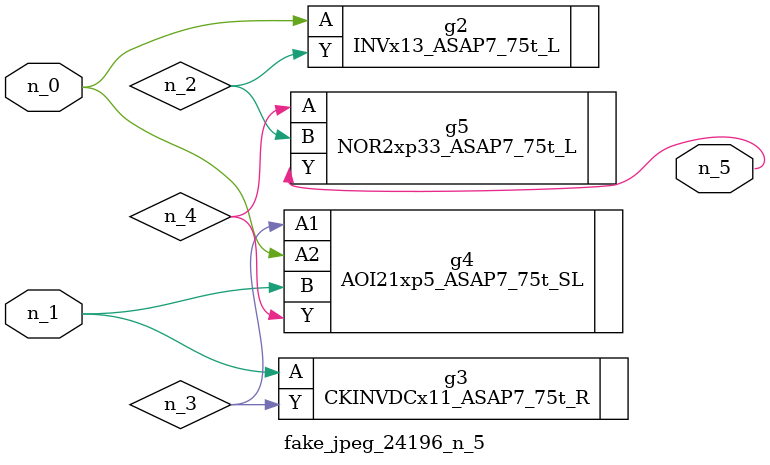
<source format=v>
module fake_jpeg_24196_n_5 (n_0, n_1, n_5);

input n_0;
input n_1;

output n_5;

wire n_2;
wire n_3;
wire n_4;

INVx13_ASAP7_75t_L g2 ( 
.A(n_0),
.Y(n_2)
);

CKINVDCx11_ASAP7_75t_R g3 ( 
.A(n_1),
.Y(n_3)
);

AOI21xp5_ASAP7_75t_SL g4 ( 
.A1(n_3),
.A2(n_0),
.B(n_1),
.Y(n_4)
);

NOR2xp33_ASAP7_75t_L g5 ( 
.A(n_4),
.B(n_2),
.Y(n_5)
);


endmodule
</source>
